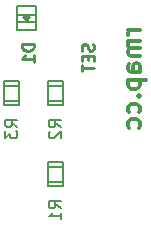
<source format=gbr>
G04 #@! TF.FileFunction,Legend,Bot*
%FSLAX46Y46*%
G04 Gerber Fmt 4.6, Leading zero omitted, Abs format (unit mm)*
G04 Created by KiCad (PCBNEW 0.201512080931+6353~38~ubuntu14.04.1-stable) date Sun 13 Dec 2015 15:09:23 CET*
%MOMM*%
G01*
G04 APERTURE LIST*
%ADD10C,0.100000*%
%ADD11C,0.250000*%
%ADD12C,0.300000*%
%ADD13C,0.127000*%
%ADD14C,0.200000*%
G04 APERTURE END LIST*
D10*
D11*
X151661762Y-96162952D02*
X151709381Y-96305809D01*
X151709381Y-96543905D01*
X151661762Y-96639143D01*
X151614143Y-96686762D01*
X151518905Y-96734381D01*
X151423667Y-96734381D01*
X151328429Y-96686762D01*
X151280810Y-96639143D01*
X151233190Y-96543905D01*
X151185571Y-96353428D01*
X151137952Y-96258190D01*
X151090333Y-96210571D01*
X150995095Y-96162952D01*
X150899857Y-96162952D01*
X150804619Y-96210571D01*
X150757000Y-96258190D01*
X150709381Y-96353428D01*
X150709381Y-96591524D01*
X150757000Y-96734381D01*
X151185571Y-97162952D02*
X151185571Y-97496286D01*
X151709381Y-97639143D02*
X151709381Y-97162952D01*
X150709381Y-97162952D01*
X150709381Y-97639143D01*
X150709381Y-97924857D02*
X150709381Y-98496286D01*
X151709381Y-98210571D02*
X150709381Y-98210571D01*
D12*
X155618571Y-94952858D02*
X154618571Y-94952858D01*
X154904286Y-94952858D02*
X154761429Y-95024286D01*
X154690000Y-95095715D01*
X154618571Y-95238572D01*
X154618571Y-95381429D01*
X155618571Y-95881429D02*
X154618571Y-95881429D01*
X154761429Y-95881429D02*
X154690000Y-95952857D01*
X154618571Y-96095715D01*
X154618571Y-96310000D01*
X154690000Y-96452857D01*
X154832857Y-96524286D01*
X155618571Y-96524286D01*
X154832857Y-96524286D02*
X154690000Y-96595715D01*
X154618571Y-96738572D01*
X154618571Y-96952857D01*
X154690000Y-97095715D01*
X154832857Y-97167143D01*
X155618571Y-97167143D01*
X155618571Y-98524286D02*
X154832857Y-98524286D01*
X154690000Y-98452857D01*
X154618571Y-98310000D01*
X154618571Y-98024286D01*
X154690000Y-97881429D01*
X155547143Y-98524286D02*
X155618571Y-98381429D01*
X155618571Y-98024286D01*
X155547143Y-97881429D01*
X155404286Y-97810000D01*
X155261429Y-97810000D01*
X155118571Y-97881429D01*
X155047143Y-98024286D01*
X155047143Y-98381429D01*
X154975714Y-98524286D01*
X154618571Y-99238572D02*
X156118571Y-99238572D01*
X154690000Y-99238572D02*
X154618571Y-99381429D01*
X154618571Y-99667143D01*
X154690000Y-99810000D01*
X154761429Y-99881429D01*
X154904286Y-99952858D01*
X155332857Y-99952858D01*
X155475714Y-99881429D01*
X155547143Y-99810000D01*
X155618571Y-99667143D01*
X155618571Y-99381429D01*
X155547143Y-99238572D01*
X155475714Y-100595715D02*
X155547143Y-100667143D01*
X155618571Y-100595715D01*
X155547143Y-100524286D01*
X155475714Y-100595715D01*
X155618571Y-100595715D01*
X155547143Y-101952858D02*
X155618571Y-101810001D01*
X155618571Y-101524287D01*
X155547143Y-101381429D01*
X155475714Y-101310001D01*
X155332857Y-101238572D01*
X154904286Y-101238572D01*
X154761429Y-101310001D01*
X154690000Y-101381429D01*
X154618571Y-101524287D01*
X154618571Y-101810001D01*
X154690000Y-101952858D01*
X155547143Y-103238572D02*
X155618571Y-103095715D01*
X155618571Y-102810001D01*
X155547143Y-102667143D01*
X155475714Y-102595715D01*
X155332857Y-102524286D01*
X154904286Y-102524286D01*
X154761429Y-102595715D01*
X154690000Y-102667143D01*
X154618571Y-102810001D01*
X154618571Y-103095715D01*
X154690000Y-103238572D01*
D13*
X147828000Y-107823000D02*
X149098000Y-107823000D01*
X147828000Y-106553000D02*
X149072600Y-106553000D01*
X147828000Y-106172000D02*
X147828000Y-108204000D01*
X147828000Y-108204000D02*
X149098000Y-108204000D01*
X149098000Y-108204000D02*
X149098000Y-106172000D01*
X149098000Y-106172000D02*
X147828000Y-106172000D01*
X147828000Y-100965000D02*
X149098000Y-100965000D01*
X147828000Y-99695000D02*
X149072600Y-99695000D01*
X147828000Y-99314000D02*
X147828000Y-101346000D01*
X147828000Y-101346000D02*
X149098000Y-101346000D01*
X149098000Y-101346000D02*
X149098000Y-99314000D01*
X149098000Y-99314000D02*
X147828000Y-99314000D01*
X145415000Y-99695000D02*
X144145000Y-99695000D01*
X145415000Y-100965000D02*
X144170400Y-100965000D01*
X145415000Y-101346000D02*
X145415000Y-99314000D01*
X145415000Y-99314000D02*
X144145000Y-99314000D01*
X144145000Y-99314000D02*
X144145000Y-101346000D01*
X144145000Y-101346000D02*
X145415000Y-101346000D01*
X146050000Y-94180660D02*
X145750280Y-93880940D01*
X145750280Y-93880940D02*
X146349720Y-93880940D01*
X146349720Y-93880940D02*
X146050000Y-94180660D01*
X146149060Y-94079060D02*
X145950940Y-94079060D01*
X145849340Y-93980000D02*
X146250660Y-93980000D01*
X146850100Y-94279720D02*
X145249900Y-94279720D01*
X145249900Y-93680280D02*
X146850100Y-93680280D01*
X145249900Y-92979240D02*
X145249900Y-94980760D01*
X145249900Y-94980760D02*
X146850100Y-94980760D01*
X146850100Y-94980760D02*
X146850100Y-92979240D01*
X146850100Y-92979240D02*
X145249900Y-92979240D01*
D14*
X148915381Y-110069334D02*
X148439190Y-109736000D01*
X148915381Y-109497905D02*
X147915381Y-109497905D01*
X147915381Y-109878858D01*
X147963000Y-109974096D01*
X148010619Y-110021715D01*
X148105857Y-110069334D01*
X148248714Y-110069334D01*
X148343952Y-110021715D01*
X148391571Y-109974096D01*
X148439190Y-109878858D01*
X148439190Y-109497905D01*
X148915381Y-111021715D02*
X148915381Y-110450286D01*
X148915381Y-110736000D02*
X147915381Y-110736000D01*
X148058238Y-110640762D01*
X148153476Y-110545524D01*
X148201095Y-110450286D01*
X148915381Y-103211334D02*
X148439190Y-102878000D01*
X148915381Y-102639905D02*
X147915381Y-102639905D01*
X147915381Y-103020858D01*
X147963000Y-103116096D01*
X148010619Y-103163715D01*
X148105857Y-103211334D01*
X148248714Y-103211334D01*
X148343952Y-103163715D01*
X148391571Y-103116096D01*
X148439190Y-103020858D01*
X148439190Y-102639905D01*
X148010619Y-103592286D02*
X147963000Y-103639905D01*
X147915381Y-103735143D01*
X147915381Y-103973239D01*
X147963000Y-104068477D01*
X148010619Y-104116096D01*
X148105857Y-104163715D01*
X148201095Y-104163715D01*
X148343952Y-104116096D01*
X148915381Y-103544667D01*
X148915381Y-104163715D01*
X145232381Y-103211334D02*
X144756190Y-102878000D01*
X145232381Y-102639905D02*
X144232381Y-102639905D01*
X144232381Y-103020858D01*
X144280000Y-103116096D01*
X144327619Y-103163715D01*
X144422857Y-103211334D01*
X144565714Y-103211334D01*
X144660952Y-103163715D01*
X144708571Y-103116096D01*
X144756190Y-103020858D01*
X144756190Y-102639905D01*
X144232381Y-103544667D02*
X144232381Y-104163715D01*
X144613333Y-103830381D01*
X144613333Y-103973239D01*
X144660952Y-104068477D01*
X144708571Y-104116096D01*
X144803810Y-104163715D01*
X145041905Y-104163715D01*
X145137143Y-104116096D01*
X145184762Y-104068477D01*
X145232381Y-103973239D01*
X145232381Y-103687524D01*
X145184762Y-103592286D01*
X145137143Y-103544667D01*
D11*
X146629381Y-96162905D02*
X145629381Y-96162905D01*
X145629381Y-96401000D01*
X145677000Y-96543858D01*
X145772238Y-96639096D01*
X145867476Y-96686715D01*
X146057952Y-96734334D01*
X146200810Y-96734334D01*
X146391286Y-96686715D01*
X146486524Y-96639096D01*
X146581762Y-96543858D01*
X146629381Y-96401000D01*
X146629381Y-96162905D01*
X146629381Y-97686715D02*
X146629381Y-97115286D01*
X146629381Y-97401000D02*
X145629381Y-97401000D01*
X145772238Y-97305762D01*
X145867476Y-97210524D01*
X145915095Y-97115286D01*
M02*

</source>
